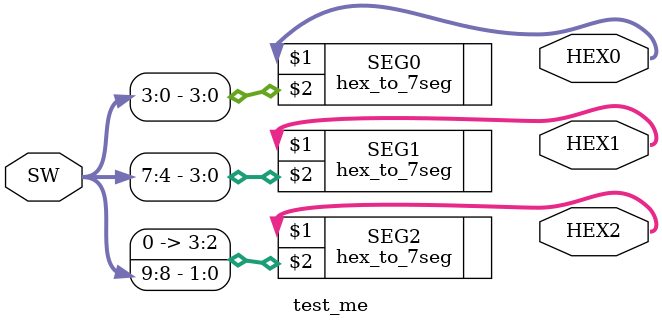
<source format=v>
module  test_me (
		SW,
		HEX0,
		HEX1,
		HEX2

);

	input	[9:0] SW;


	output	[6:0]HEX0;
	output	[6:0]HEX1;
	output	[6:0]HEX2;

	hex_to_7seg 	SEG0 (HEX0, SW[3:0]);
	hex_to_7seg 	SEG1 (HEX1, SW[7:4]);
	hex_to_7seg 	SEG2 (HEX2, {2'b00,SW[9:8]});

endmodule

</source>
